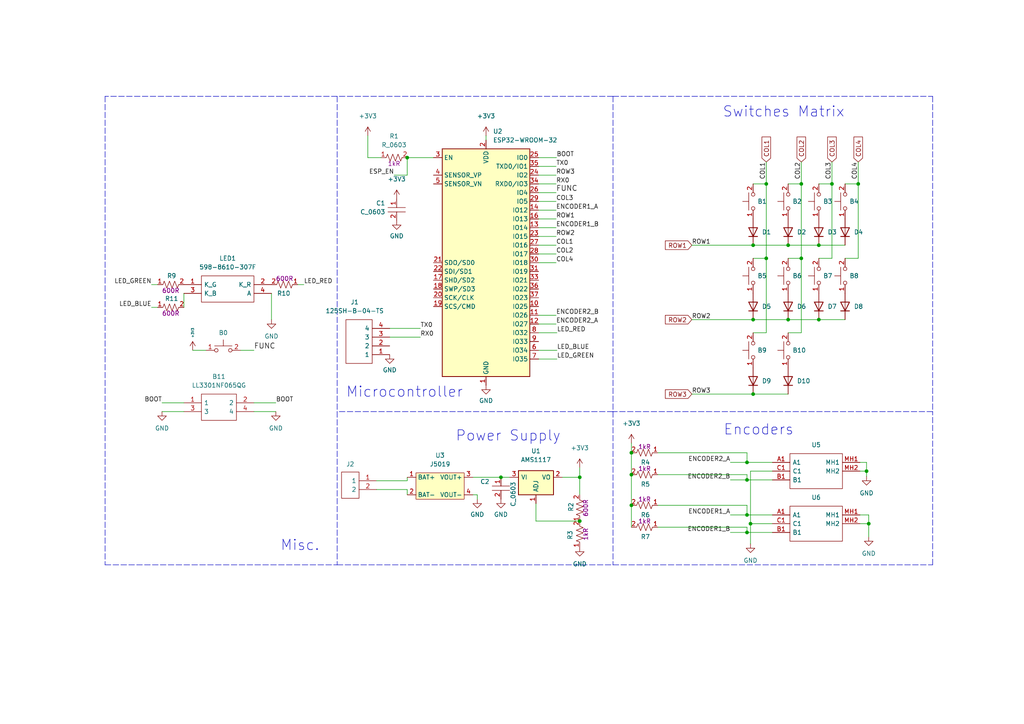
<source format=kicad_sch>
(kicad_sch (version 20211123) (generator eeschema)
  (paper "A4")
  (title_block (date "jeu. 02 avril 2015"))
  (lib_symbols
    (symbol "Diode:1N914" (pin_numbers hide) (pin_names (offset 1.016) hide)
      (property "Reference" "D" (at 0 2.54 0))
      (property "Value" "1N914" (at 0 -2.54 0))
      (symbol "1N914_0_1"
        (polyline (pts (xy -1.27 1.27) (xy -1.27 -1.27)) (stroke (width 0.254)))
        (polyline (pts (xy 1.27 0) (xy -1.27 0)))
        (polyline (pts (xy 1.27 1.27) (xy 1.27 -1.27) (xy -1.27 0) (xy 1.27 1.27)) (stroke (width 0.254)))
      )
      (symbol "1N914_1_1"
        (pin passive line (at -3.81 0 0) (length 2.54) (name "K") (number "1"))
        (pin passive line (at 3.81 0 180) (length 2.54) (name "A") (number "2"))
      )
    )
    (symbol "RF_Module:ESP32-WROOM-32"
      (property "Reference" "U" (at -12.7 34.29 0))
      (property "Value" "ESP32-WROOM-32" (at 1.27 34.29 0))
      (symbol "ESP32-WROOM-32_0_1"
        (rectangle (start -12.7 33.02) (end 12.7 -33.02) (stroke (width 0.254)) (fill (type background)))
      )
      (symbol "ESP32-WROOM-32_1_1"
        (pin power_in line (at 0 -35.56 90) (length 2.54) (name "GND") (number "1"))
        (pin bidirectional line (at 15.24 -12.7 180) (length 2.54) (name "IO25") (number "10"))
        (pin bidirectional line (at 15.24 -15.24 180) (length 2.54) (name "IO26") (number "11"))
        (pin bidirectional line (at 15.24 -17.78 180) (length 2.54) (name "IO27") (number "12"))
        (pin bidirectional line (at 15.24 10.16 180) (length 2.54) (name "IO14") (number "13"))
        (pin bidirectional line (at 15.24 15.24 180) (length 2.54) (name "IO12") (number "14"))
        (pin passive line (at 0 -35.56 90) (length 2.54) hide (name "GND") (number "15"))
        (pin bidirectional line (at 15.24 12.7 180) (length 2.54) (name "IO13") (number "16"))
        (pin bidirectional line (at -15.24 -5.08 0) (length 2.54) (name "SHD/SD2") (number "17"))
        (pin bidirectional line (at -15.24 -7.62 0) (length 2.54) (name "SWP/SD3") (number "18"))
        (pin bidirectional line (at -15.24 -12.7 0) (length 2.54) (name "SCS/CMD") (number "19"))
        (pin power_in line (at 0 35.56 270) (length 2.54) (name "VDD") (number "2"))
        (pin bidirectional line (at -15.24 -10.16 0) (length 2.54) (name "SCK/CLK") (number "20"))
        (pin bidirectional line (at -15.24 0 0) (length 2.54) (name "SDO/SD0") (number "21"))
        (pin bidirectional line (at -15.24 -2.54 0) (length 2.54) (name "SDI/SD1") (number "22"))
        (pin bidirectional line (at 15.24 7.62 180) (length 2.54) (name "IO15") (number "23"))
        (pin bidirectional line (at 15.24 25.4 180) (length 2.54) (name "IO2") (number "24"))
        (pin bidirectional line (at 15.24 30.48 180) (length 2.54) (name "IO0") (number "25"))
        (pin bidirectional line (at 15.24 20.32 180) (length 2.54) (name "IO4") (number "26"))
        (pin bidirectional line (at 15.24 5.08 180) (length 2.54) (name "IO16") (number "27"))
        (pin bidirectional line (at 15.24 2.54 180) (length 2.54) (name "IO17") (number "28"))
        (pin bidirectional line (at 15.24 17.78 180) (length 2.54) (name "IO5") (number "29"))
        (pin input line (at -15.24 30.48 0) (length 2.54) (name "EN") (number "3"))
        (pin bidirectional line (at 15.24 0 180) (length 2.54) (name "IO18") (number "30"))
        (pin bidirectional line (at 15.24 -2.54 180) (length 2.54) (name "IO19") (number "31"))
        (pin no_connect line (at -12.7 -27.94 0) (length 2.54) hide (name "NC") (number "32"))
        (pin bidirectional line (at 15.24 -5.08 180) (length 2.54) (name "IO21") (number "33"))
        (pin bidirectional line (at 15.24 22.86 180) (length 2.54) (name "RXD0/IO3") (number "34"))
        (pin bidirectional line (at 15.24 27.94 180) (length 2.54) (name "TXD0/IO1") (number "35"))
        (pin bidirectional line (at 15.24 -7.62 180) (length 2.54) (name "IO22") (number "36"))
        (pin bidirectional line (at 15.24 -10.16 180) (length 2.54) (name "IO23") (number "37"))
        (pin passive line (at 0 -35.56 90) (length 2.54) hide (name "GND") (number "38"))
        (pin passive line (at 0 -35.56 90) (length 2.54) hide (name "GND") (number "39"))
        (pin input line (at -15.24 25.4 0) (length 2.54) (name "SENSOR_VP") (number "4"))
        (pin input line (at -15.24 22.86 0) (length 2.54) (name "SENSOR_VN") (number "5"))
        (pin input line (at 15.24 -25.4 180) (length 2.54) (name "IO34") (number "6"))
        (pin input line (at 15.24 -27.94 180) (length 2.54) (name "IO35") (number "7"))
        (pin bidirectional line (at 15.24 -20.32 180) (length 2.54) (name "IO32") (number "8"))
        (pin bidirectional line (at 15.24 -22.86 180) (length 2.54) (name "IO33") (number "9"))
      )
    )
    (symbol "Regulator_Linear:AMS1117" (pin_names (offset 0.762))
      (property "Reference" "U" (at -3.81 3.175 0))
      (property "Value" "AMS1117" (at 0 3.175 0))
      (symbol "AMS1117_0_1"
        (rectangle (start -5.08 -5.08) (end 5.08 1.905) (stroke (width 0.254)) (fill (type background)))
      )
      (symbol "AMS1117_1_1"
        (pin input line (at 0 -7.62 90) (length 2.54) (name "ADJ") (number "1"))
        (pin power_out line (at 7.62 0 180) (length 2.54) (name "VO") (number "2"))
        (pin power_in line (at -7.62 0 0) (length 2.54) (name "VI") (number "3"))
      )
    )
    (symbol "custom-keyboard:125SH-B-02-TS" (pin_names (offset 0.762))
      (property "Reference" "J" (at 16.51 7.62 0))
      (symbol "125SH-B-02-TS_0_0"
        (pin passive line (at 0 -2.54 0) (length 5.08) (name "1") (number "1"))
        (pin passive line (at 0 0 0) (length 5.08) (name "2") (number "2"))
      )
      (symbol "125SH-B-02-TS_0_1"
        (polyline (pts (xy 5.08 2.54) (xy 10.16 2.54) (xy 10.16 -5.08) (xy 5.08 -5.08) (xy 5.08 2.54)) (stroke (width 0.1524)))
      )
    )
    (symbol "custom-keyboard:125SH-B-04-TS" (pin_names (offset 0.762))
      (property "Reference" "J" (at 16.51 7.62 0))
      (property "Value" "125SH-B-04-TS" (at 16.51 5.08 0))
      (symbol "125SH-B-04-TS_0_0"
        (pin passive line (at 0 0 0) (length 5.08) (name "1") (number "1"))
        (pin passive line (at 0 -2.54 0) (length 5.08) (name "2") (number "2"))
        (pin passive line (at 0 -5.08 0) (length 5.08) (name "3") (number "3"))
        (pin passive line (at 0 -7.62 0) (length 5.08) (name "4") (number "4"))
      )
      (symbol "125SH-B-04-TS_0_1"
        (polyline (pts (xy 5.08 2.54) (xy 12.7 2.54) (xy 12.7 -10.16) (xy 5.08 -10.16) (xy 5.08 2.54)) (stroke (width 0.1524)))
      )
    )
    (symbol "custom-keyboard:598-8610-307F" (pin_names (offset 0.762))
      (property "Reference" "LED" (at 21.59 7.62 0))
      (property "Value" "598-8610-307F" (at 21.59 5.08 0))
      (symbol "598-8610-307F_0_0"
        (pin passive line (at 0 0 0) (length 5.08) (name "K_G") (number "1"))
        (pin passive line (at 25.4 0 180) (length 5.08) (name "K_R") (number "2"))
        (pin passive line (at 0 -2.54 0) (length 5.08) (name "K_B") (number "3"))
        (pin passive line (at 25.4 -2.54 180) (length 5.08) (name "A") (number "4"))
      )
      (symbol "598-8610-307F_0_1"
        (polyline (pts (xy 5.08 2.54) (xy 20.32 2.54) (xy 20.32 -5.08) (xy 5.08 -5.08) (xy 5.08 2.54)) (stroke (width 0.1524)))
      )
    )
    (symbol "custom-keyboard:C_0603"
      (property "Reference" "C?" (at -3.81 2.54 0))
      (property "Value" "C_0603" (at 3.81 -1.27 0))
      (symbol "C_0603_0_1"
        (rectangle (start -2.54 0) (end 2.54 0))
        (rectangle (start -2.54 1.27) (end 2.54 1.27))
        (polyline (pts (xy 6.35 2.54) (xy 6.35 2.54)))
        (polyline (pts (xy 6.35 2.54) (xy 6.35 2.54)))
      )
      (symbol "C_0603_1_1"
        (pin input line (at 0 3.81 270) (length 2.54) (name "") (number "1"))
        (pin input line (at 0 -2.54 90) (length 2.54) (name "") (number "2"))
      )
    )
    (symbol "custom-keyboard:Cherry_Switch_1U_PCB"
      (property "Reference" "B" (at 1.27 2.54 0))
      (symbol "Cherry_Switch_1U_PCB_0_1"
        (circle (center -2.032 0) (radius 0.508))
        (polyline (pts (xy 0 1.27) (xy 0 3.048)))
        (polyline (pts (xy 2.54 1.27) (xy -2.54 1.27)))
        (circle (center 2.032 0) (radius 0.508))
      )
      (symbol "Cherry_Switch_1U_PCB_1_1"
        (pin passive line (at -5.08 0 0) (length 2.54) (name "") (number "1"))
        (pin passive line (at 5.08 0 180) (length 2.54) (name "") (number "2"))
      )
    )
    (symbol "custom-keyboard:EN12-HN22AF25" (pin_names (offset 0.762))
      (property "Reference" "U?" (at 21.59 7.62 0))
      (symbol "EN12-HN22AF25_0_0"
        (pin passive line (at 0 0 0) (length 5.08) (name "A1") (number "A1"))
        (pin passive line (at 0 -5.08 0) (length 5.08) (name "B1") (number "B1"))
        (pin passive line (at 0 -2.54 0) (length 5.08) (name "C1") (number "C1"))
        (pin passive line (at 25.4 0 180) (length 5.08) (name "MH1") (number "MH1"))
        (pin passive line (at 25.4 -2.54 180) (length 5.08) (name "MH2") (number "MH2"))
      )
      (symbol "EN12-HN22AF25_0_1"
        (polyline (pts (xy 5.08 2.54) (xy 20.32 2.54) (xy 20.32 -7.62) (xy 5.08 -7.62) (xy 5.08 2.54)) (stroke (width 0.1524)))
      )
    )
    (symbol "custom-keyboard:J5019"
      (property "Reference" "U?" (at -6.35 5.08 0))
      (property "Value" "J5019" (at 3.81 -5.08 0))
      (symbol "J5019_0_1"
        (rectangle (start -7.62 3.81) (end 6.35 -3.81) (fill (type background)))
      )
      (symbol "J5019_1_1"
        (pin input line (at 8.89 2.54 180) (length 2.54) (name "BAT+") (number "1"))
        (pin input line (at 8.89 -2.54 180) (length 2.54) (name "BAT-") (number "2"))
        (pin input line (at -10.16 2.54 0) (length 2.54) (name "VOUT+") (number "3"))
        (pin input line (at -10.16 -2.54 0) (length 2.54) (name "VOUT-") (number "4"))
      )
    )
    (symbol "custom-keyboard:LL3301NF065QG" (pin_names (offset 0.762))
      (property "Reference" "B?" (at 16.51 7.62 0))
      (property "Value" "LL3301NF065QG" (at 16.51 5.08 0))
      (symbol "LL3301NF065QG_0_0"
        (pin passive line (at 0 0 0) (length 5.08) (name "1") (number "1"))
        (pin passive line (at 20.32 0 180) (length 5.08) (name "2") (number "2"))
        (pin passive line (at 0 -2.54 0) (length 5.08) (name "3") (number "3"))
        (pin passive line (at 20.32 -2.54 180) (length 5.08) (name "4") (number "4"))
      )
      (symbol "LL3301NF065QG_0_1"
        (polyline (pts (xy 5.08 2.54) (xy 15.24 2.54) (xy 15.24 -5.08) (xy 5.08 -5.08) (xy 5.08 2.54)) (stroke (width 0.1524)))
      )
    )
    (symbol "custom-keyboard:R_0603"
      (property "Reference" "R?" (at -3.048 2.794 0))
      (property "Value" "R_0603" (at 3.302 -2.032 0))
      (symbol "R_0603_0_1"
        (polyline (pts (xy 0 -2.54) (xy 0 -2.794)))
        (polyline (pts (xy 0 2.032) (xy 0 2.286)))
        (polyline (pts (xy 0 -1.016) (xy 1.016 -1.397) (xy 0 -1.778) (xy -1.016 -2.159) (xy 0 -2.54)))
        (polyline (pts (xy 0 0.508) (xy 1.016 0.127) (xy 0 -0.254) (xy -1.016 -0.635) (xy 0 -1.016)))
        (polyline (pts (xy 0 2.032) (xy 1.016 1.651) (xy 0 1.27) (xy -1.016 0.889) (xy 0 0.508)))
      )
      (symbol "R_0603_1_1"
        (pin passive line (at 0 3.556 270) (length 1.27) (name "~") (number "1"))
        (pin passive line (at 0 -4.064 90) (length 1.27) (name "~") (number "2"))
      )
    )
    (symbol "power:+3.3V" (power) (pin_names (offset 0))
      (property "Value" "+3.3V" (at 0 3.556 0))
      (symbol "+3.3V_0_1"
        (polyline (pts (xy -0.762 1.27) (xy 0 2.54)))
        (polyline (pts (xy 0 0) (xy 0 2.54)))
        (polyline (pts (xy 0 2.54) (xy 0.762 1.27)))
      )
      (symbol "+3.3V_1_1"
        (pin power_in line (at 0 0 90) (length 0) hide (name "+3V3") (number "1"))
      )
    )
    (symbol "power:+3V3" (power) (pin_names (offset 0))
      (property "Value" "+3V3" (at 0 3.556 0))
      (symbol "+3V3_0_1"
        (polyline (pts (xy -0.762 1.27) (xy 0 2.54)))
        (polyline (pts (xy 0 0) (xy 0 2.54)))
        (polyline (pts (xy 0 2.54) (xy 0.762 1.27)))
      )
      (symbol "+3V3_1_1"
        (pin power_in line (at 0 0 90) (length 0) hide (name "+3V3") (number "1"))
      )
    )
    (symbol "power:GND" (power) (pin_names (offset 0))
      (property "Value" "GND" (at 0 -3.81 0))
      (symbol "GND_0_1"
        (polyline (pts (xy 0 0) (xy 0 -1.27) (xy 1.27 -1.27) (xy 0 -2.54) (xy -1.27 -1.27) (xy 0 -1.27)))
      )
      (symbol "GND_1_1"
        (pin power_in line (at 0 0 270) (length 0) hide (name "GND") (number "1"))
      )
    )
  )
  (junction (at 251.968 151.892))
  (junction (at 222.25 53.34))
  (junction (at 216.662 134.112))
  (junction (at 145.288 138.43))
  (junction (at 248.92 53.34))
  (junction (at 183.134 146.558))
  (junction (at 251.333 136.652))
  (junction (at 216.662 149.352))
  (junction (at 222.25 74.93))
  (junction (at 216.662 154.432))
  (junction (at 218.44 114.3))
  (junction (at 228.6 92.71))
  (junction (at 232.41 74.93))
  (junction (at 218.44 71.12))
  (junction (at 237.49 92.71))
  (junction (at 241.3 53.34))
  (junction (at 183.134 131.318))
  (junction (at 168.148 151.13))
  (junction (at 228.6 71.12))
  (junction (at 183.134 137.668))
  (junction (at 232.41 53.34))
  (junction (at 217.678 151.892))
  (junction (at 216.662 139.192))
  (junction (at 218.44 92.71))
  (junction (at 168.148 138.43))
  (junction (at 118.11 45.72))
  (junction (at 237.49 71.12))
  (wire (pts (xy 190.754 146.558) (xy 216.662 146.558)))
  (wire (pts (xy 53.34 89.154) (xy 53.34 85.09)))
  (wire (pts (xy 216.662 134.112) (xy 224.028 134.112)))
  (wire (pts (xy 109.22 139.446) (xy 118.11 139.446)))
  (wire (pts (xy 118.11 139.446) (xy 118.11 138.43)))
  (wire (pts (xy 73.66 119.38) (xy 80.01 119.38)))
  (wire (pts (xy 200.66 92.71) (xy 218.44 92.71)))
  (wire (pts (xy 228.6 74.93) (xy 232.41 74.93)))
  (polyline (pts (xy 270.51 119.38) (xy 177.8 119.38)))
  (wire (pts (xy 155.448 151.13) (xy 168.148 151.13)))
  (wire (pts (xy 161.29 71.12) (xy 156.21 71.12)))
  (wire (pts (xy 69.85 101.6) (xy 73.66 101.6)))
  (wire (pts (xy 216.662 139.192) (xy 224.028 139.192)))
  (wire (pts (xy 251.333 134.112) (xy 251.333 136.652)))
  (polyline (pts (xy 97.79 119.38) (xy 97.79 163.83)))
  (wire (pts (xy 245.11 74.93) (xy 248.92 74.93)))
  (wire (pts (xy 217.678 151.892) (xy 224.028 151.892)))
  (wire (pts (xy 55.88 101.6) (xy 59.69 101.6)))
  (wire (pts (xy 118.11 141.986) (xy 118.11 143.51)))
  (wire (pts (xy 228.6 53.34) (xy 232.41 53.34)))
  (wire (pts (xy 200.66 71.12) (xy 218.44 71.12)))
  (wire (pts (xy 183.134 128.524) (xy 183.134 131.318)))
  (wire (pts (xy 232.41 74.93) (xy 232.41 53.34)))
  (wire (pts (xy 161.29 66.04) (xy 156.21 66.04)))
  (wire (pts (xy 113.03 95.25) (xy 121.92 95.25)))
  (polyline (pts (xy 177.8 27.94) (xy 177.8 119.38)))
  (wire (pts (xy 251.968 151.892) (xy 251.968 155.702)))
  (wire (pts (xy 216.662 149.352) (xy 224.028 149.352)))
  (wire (pts (xy 245.11 53.34) (xy 248.92 53.34)))
  (wire (pts (xy 161.29 63.5) (xy 156.21 63.5)))
  (wire (pts (xy 156.21 104.14) (xy 161.544 104.14)))
  (polyline (pts (xy 177.8 119.38) (xy 97.79 119.38)))
  (polyline (pts (xy 97.79 27.94) (xy 97.79 119.38)))
  (wire (pts (xy 216.662 152.908) (xy 216.662 154.432)))
  (wire (pts (xy 217.678 157.734) (xy 217.678 151.892)))
  (polyline (pts (xy 177.8 27.94) (xy 97.79 27.94)))
  (wire (pts (xy 156.21 101.6) (xy 161.544 101.6)))
  (wire (pts (xy 46.99 119.38) (xy 53.34 119.38)))
  (wire (pts (xy 217.678 136.652) (xy 217.678 151.892)))
  (wire (pts (xy 45.72 82.55) (xy 43.942 82.55)))
  (wire (pts (xy 237.49 71.12) (xy 245.11 71.12)))
  (wire (pts (xy 137.16 138.43) (xy 145.288 138.43)))
  (wire (pts (xy 211.836 134.112) (xy 216.662 134.112)))
  (wire (pts (xy 216.662 131.318) (xy 216.662 134.112)))
  (wire (pts (xy 237.49 74.93) (xy 241.3 74.93)))
  (wire (pts (xy 156.21 53.34) (xy 161.29 53.34)))
  (wire (pts (xy 232.41 96.52) (xy 232.41 74.93)))
  (wire (pts (xy 248.92 74.93) (xy 248.92 53.34)))
  (wire (pts (xy 222.25 96.52) (xy 222.25 74.93)))
  (wire (pts (xy 46.99 116.84) (xy 53.34 116.84)))
  (wire (pts (xy 211.836 149.352) (xy 216.662 149.352)))
  (wire (pts (xy 248.92 46.99) (xy 248.92 53.34)))
  (wire (pts (xy 249.428 134.112) (xy 251.333 134.112)))
  (polyline (pts (xy 30.48 163.83) (xy 97.79 163.83)))
  (wire (pts (xy 161.29 55.88) (xy 156.21 55.88)))
  (wire (pts (xy 251.968 149.352) (xy 251.968 151.892)))
  (wire (pts (xy 161.29 93.98) (xy 156.21 93.98)))
  (wire (pts (xy 73.66 116.84) (xy 80.01 116.84)))
  (wire (pts (xy 218.44 74.93) (xy 222.25 74.93)))
  (wire (pts (xy 45.72 89.154) (xy 43.942 89.154)))
  (wire (pts (xy 118.11 50.8) (xy 114.3 50.8)))
  (wire (pts (xy 232.41 53.34) (xy 232.41 46.99)))
  (wire (pts (xy 140.97 40.64) (xy 140.97 39.37)))
  (wire (pts (xy 183.134 146.558) (xy 183.134 137.668)))
  (wire (pts (xy 216.662 137.668) (xy 216.662 139.192)))
  (wire (pts (xy 183.134 137.668) (xy 183.134 131.318)))
  (polyline (pts (xy 177.8 163.83) (xy 270.51 163.83)))
  (wire (pts (xy 161.29 76.2) (xy 156.21 76.2)))
  (wire (pts (xy 113.03 97.79) (xy 121.92 97.79)))
  (polyline (pts (xy 177.8 119.38) (xy 177.8 163.83)))
  (wire (pts (xy 161.29 91.44) (xy 156.21 91.44)))
  (wire (pts (xy 241.3 46.99) (xy 241.3 53.34)))
  (wire (pts (xy 138.43 143.51) (xy 138.43 144.78)))
  (wire (pts (xy 161.29 68.58) (xy 156.21 68.58)))
  (wire (pts (xy 218.44 53.34) (xy 222.25 53.34)))
  (wire (pts (xy 222.25 53.34) (xy 222.25 74.93)))
  (wire (pts (xy 168.148 135.636) (xy 168.148 138.43)))
  (wire (pts (xy 249.428 151.892) (xy 251.968 151.892)))
  (wire (pts (xy 156.21 45.72) (xy 161.417 45.72)))
  (polyline (pts (xy 97.79 27.94) (xy 30.48 27.94)))
  (wire (pts (xy 161.29 60.96) (xy 156.21 60.96)))
  (wire (pts (xy 161.29 50.8) (xy 156.21 50.8)))
  (wire (pts (xy 218.44 71.12) (xy 228.6 71.12)))
  (wire (pts (xy 137.16 143.51) (xy 138.43 143.51)))
  (wire (pts (xy 161.29 58.42) (xy 156.21 58.42)))
  (wire (pts (xy 106.68 39.37) (xy 106.68 45.72)))
  (wire (pts (xy 183.134 152.908) (xy 183.134 146.558)))
  (polyline (pts (xy 30.48 27.94) (xy 30.48 163.83)))
  (wire (pts (xy 224.028 136.652) (xy 217.678 136.652)))
  (wire (pts (xy 228.6 96.52) (xy 232.41 96.52)))
  (wire (pts (xy 145.288 138.43) (xy 147.828 138.43)))
  (wire (pts (xy 106.68 45.72) (xy 110.49 45.72)))
  (wire (pts (xy 86.36 82.55) (xy 88.138 82.55)))
  (wire (pts (xy 156.21 96.52) (xy 161.544 96.52)))
  (wire (pts (xy 168.148 143.51) (xy 168.148 138.43)))
  (wire (pts (xy 109.22 141.986) (xy 118.11 141.986)))
  (wire (pts (xy 190.754 137.668) (xy 216.662 137.668)))
  (wire (pts (xy 216.662 146.558) (xy 216.662 149.352)))
  (wire (pts (xy 211.836 139.192) (xy 216.662 139.192)))
  (wire (pts (xy 249.428 149.352) (xy 251.968 149.352)))
  (wire (pts (xy 218.44 92.71) (xy 228.6 92.71)))
  (wire (pts (xy 168.148 138.43) (xy 163.068 138.43)))
  (wire (pts (xy 237.49 53.34) (xy 241.3 53.34)))
  (polyline (pts (xy 270.51 27.94) (xy 270.51 119.38)))
  (wire (pts (xy 190.754 131.318) (xy 216.662 131.318)))
  (wire (pts (xy 155.448 146.05) (xy 155.448 151.13)))
  (wire (pts (xy 211.836 154.432) (xy 216.662 154.432)))
  (wire (pts (xy 218.44 96.52) (xy 222.25 96.52)))
  (polyline (pts (xy 177.8 27.94) (xy 270.51 27.94)))
  (wire (pts (xy 156.21 48.26) (xy 161.29 48.26)))
  (wire (pts (xy 216.662 154.432) (xy 224.028 154.432)))
  (wire (pts (xy 78.74 85.09) (xy 78.74 92.71)))
  (wire (pts (xy 118.11 45.72) (xy 118.11 50.8)))
  (wire (pts (xy 161.29 73.66) (xy 156.21 73.66)))
  (wire (pts (xy 190.754 152.908) (xy 216.662 152.908)))
  (wire (pts (xy 237.49 92.71) (xy 245.11 92.71)))
  (polyline (pts (xy 270.51 163.83) (xy 270.51 119.38)))
  (wire (pts (xy 228.6 92.71) (xy 237.49 92.71)))
  (wire (pts (xy 118.11 45.72) (xy 125.73 45.72)))
  (wire (pts (xy 200.66 114.3) (xy 218.44 114.3)))
  (wire (pts (xy 222.25 46.99) (xy 222.25 53.34)))
  (wire (pts (xy 249.428 136.652) (xy 251.333 136.652)))
  (wire (pts (xy 228.6 71.12) (xy 237.49 71.12)))
  (wire (pts (xy 218.44 114.3) (xy 228.6 114.3)))
  (wire (pts (xy 251.333 136.652) (xy 251.333 138.176)))
  (polyline (pts (xy 97.79 163.83) (xy 177.8 163.83)))
  (wire (pts (xy 241.3 53.34) (xy 241.3 74.93)))
  (text "Microcontroller\n" (at 100.33 115.57 0) (effects (font (size 3 3)) (justify left bottom)))
  (text "Power Supply\n" (at 132.08 128.27 0) (effects (font (size 3 3)) (justify left bottom)))
  (text "Encoders\n" (at 209.804 126.492 0) (effects (font (size 3 3)) (justify left bottom)))
  (text "Misc." (at 81.28 160.02 0) (effects (font (size 3 3)) (justify left bottom)))
  (text "Switches Matrix\n" (at 209.55 34.29 0) (effects (font (size 3 3)) (justify left bottom)))
  (label "ENCODER2_B" (at 211.836 139.192 180))
  (label "ENCODER1_B" (at 211.836 154.432 180))
  (label "COL3" (at 161.29 58.42 0))
  (label "RX0" (at 161.29 53.34 0))
  (label "LED_GREEN" (at 43.942 82.55 180))
  (label "ROW1" (at 200.66 71.12 0))
  (label "LED_RED" (at 161.544 96.52 0))
  (label "LED_GREEN" (at 161.544 104.14 0))
  (label "ROW2" (at 200.66 92.71 0))
  (label "ENCODER2_A" (at 211.836 134.112 180))
  (label "ESP_EN" (at 114.3 50.8 180))
  (label "COL1" (at 222.25 46.99 270))
  (label "COL4" (at 161.29 76.2 0))
  (label "ROW2" (at 161.29 68.58 0))
  (label "COL3" (at 241.3 46.99 270))
  (label "COL2" (at 232.41 46.99 270))
  (label "ROW1" (at 161.29 63.5 0))
  (label "COL2" (at 161.29 73.66 0))
  (label "TX0" (at 121.92 95.25 0))
  (label "COL1" (at 161.29 71.12 0))
  (label "ENCODER1_B" (at 161.29 66.04 0))
  (label "FUNC" (at 73.66 101.6 0) (effects (font (size 1.524 1.524))))
  (label "TX0" (at 161.29 48.26 0))
  (label "BOOT" (at 80.01 116.84 0))
  (label "ENCODER2_A" (at 161.29 93.98 0))
  (label "BOOT" (at 161.417 45.72 0))
  (label "ROW3" (at 161.29 50.8 0))
  (label "ENCODER1_A" (at 211.836 149.352 180))
  (label "FUNC" (at 161.29 55.88 0) (effects (font (size 1.524 1.524))))
  (label "COL4" (at 248.92 46.99 270))
  (label "LED_BLUE" (at 161.544 101.6 0))
  (label "ENCODER1_A" (at 161.29 60.96 0))
  (label "BOOT" (at 46.99 116.84 180))
  (label "ENCODER2_B" (at 161.29 91.44 0))
  (label "LED_RED" (at 88.138 82.55 0))
  (label "ROW3" (at 200.66 114.3 0))
  (label "RX0" (at 121.92 97.79 0))
  (label "LED_BLUE" (at 43.942 89.154 180))
  (global_label "COL4" (shape input) (at 248.92 46.99 90) (property "Intersheet References" "${INTERSHEET_REFS}" (effects hide)))
  (global_label "ROW1" (shape input) (at 200.66 71.12 180) (property "Intersheet References" "${INTERSHEET_REFS}" (effects hide)))
  (global_label "COL2" (shape input) (at 232.41 46.99 90) (property "Intersheet References" "${INTERSHEET_REFS}" (effects hide)))
  (global_label "COL3" (shape input) (at 241.3 46.99 90) (property "Intersheet References" "${INTERSHEET_REFS}" (effects hide)))
  (global_label "ROW2" (shape input) (at 200.66 92.71 180) (property "Intersheet References" "${INTERSHEET_REFS}" (effects hide)))
  (global_label "COL1" (shape input) (at 222.25 46.99 90) (property "Intersheet References" "${INTERSHEET_REFS}" (effects hide)))
  (global_label "ROW3" (shape input) (at 200.66 114.3 180) (property "Intersheet References" "${INTERSHEET_REFS}" (effects hide)))
  (symbol (lib_id "power:GND") (at 217.678 157.734 0) (unit 1)
    (property "Reference" "#PWR06" (effects hide))
    (property "Value" "GND" (at 217.678 162.56 0))
  )
  (symbol (lib_id "custom-keyboard:LL3301NF065QG") (at 53.34 116.84 0) (unit 1)
    (property "Reference" "B11" (at 63.5 109.22 0))
    (property "Value" "LL3301NF065QG" (at 63.5 111.76 0))
    (property "Footprint" "lib:LL3301NF065QG" (effects hide))
    (property "Datasheet" "http://spec_sheets.e-switch.com/specs/P090002.pdf" (effects hide))
    (property "Description" "E-SWITCH - LL3301NF065QG - TACTILE SW, SPST, 0.05A, 12VDC, SOLDER" (effects hide))
    (property "Height" "4" (effects hide))
    (property "Manufacturer_Name" "E-Switch" (effects hide))
    (property "Manufacturer_Part_Number" "LL3301NF065QG" (effects hide))
    (property "Mouser Part Number" "612-LL3301NF065QG" (effects hide))
    (property "Mouser Price/Stock" "https://www.mouser.co.uk/ProductDetail/E-Switch/LL3301NF065QG?qs=QtyuwXswaQiWhwgY68YTTw%3D%3D" (effects hide))
  )
  (symbol (lib_id "Diode:1N914") (at 228.6 88.9 90) (unit 1)
    (property "Reference" "D6" (at 231.14 88.8999 90) (effects (justify right)))
    (property "Value" "1N914" (effects hide))
    (property "Footprint" "Diode_THT:D_DO-35_SOD27_P7.62mm_Horizontal" (effects hide))
    (property "Datasheet" "http://www.vishay.com/docs/85622/1n914.pdf" (effects hide))
  )
  (symbol (lib_id "power:GND") (at 80.01 119.38 0) (unit 1)
    (property "Reference" "#PWR010" (effects hide))
    (property "Value" "GND" (at 80.01 124.206 0))
  )
  (symbol (lib_id "custom-keyboard:R_0603") (at 187.198 152.908 270) (unit 1)
    (property "Reference" "R7" (at 187.198 155.702 90))
    (property "Value" "R_0603" (effects hide))
    (property "Footprint" "lib:R_0603_1608Metric" (effects hide))
    (property "Resistance" "1kR" (at 186.944 151.892 90) (effects (justify bottom)))
  )
  (symbol (lib_id "power:GND") (at 140.97 111.76 0) (unit 1)
    (property "Reference" "#PWR011" (effects hide))
    (property "Value" "GND" (at 140.97 116.205 0))
  )
  (symbol (lib_id "custom-keyboard:R_0603") (at 187.198 146.558 270) (unit 1)
    (property "Reference" "R6" (at 187.198 149.352 90))
    (property "Value" "R_0603" (effects hide))
    (property "Footprint" "lib:R_0603_1608Metric" (effects hide))
    (property "Resistance" "1kR" (at 186.944 145.542 90) (effects (justify bottom)))
  )
  (symbol (lib_id "custom-keyboard:R_0603") (at 168.148 155.194 180) (unit 1)
    (property "Reference" "R3" (at 165.354 155.194 90))
    (property "Value" "R_0603" (effects hide))
    (property "Footprint" "lib:R_0603_1608Metric" (effects hide))
    (property "Resistance" "1kR" (at 169.164 154.94 90) (effects (justify bottom)))
  )
  (symbol (lib_id "power:GND") (at 251.968 155.702 0) (unit 1)
    (property "Reference" "#PWR05" (effects hide))
    (property "Value" "GND" (at 251.968 160.528 0))
  )
  (symbol (lib_id "custom-keyboard:Cherry_Switch_1U_PCB") (at 237.49 58.42 90) (unit 1)
    (property "Reference" "B3" (at 238.76 58.4199 90) (effects (justify right)))
    (property "Value" "Cherry_Switch_1U_PCB" (effects hide))
    (property "Footprint" "lib:SW_Cherry_MX_1.00u_PCB" (effects hide))
  )
  (symbol (lib_id "power:GND") (at 113.03 102.87 0) (unit 1)
    (property "Reference" "#PWR0107" (effects hide))
    (property "Value" "GND" (at 113.03 107.315 0))
  )
  (symbol (lib_id "Diode:1N914") (at 228.6 110.49 90) (unit 1)
    (property "Reference" "D10" (at 231.14 110.4899 90) (effects (justify right)))
    (property "Value" "1N914" (effects hide))
    (property "Footprint" "Diode_THT:D_DO-35_SOD27_P7.62mm_Horizontal" (effects hide))
    (property "Datasheet" "http://www.vishay.com/docs/85622/1n914.pdf" (effects hide))
  )
  (symbol (lib_id "custom-keyboard:C_0603") (at 115.062 61.468 0) (unit 1)
    (property "Reference" "C1" (at 111.76 58.9279 0) (effects (justify right)))
    (property "Value" "C_0603" (at 111.76 61.4679 0) (effects (justify right)))
    (property "Footprint" "lib:C_0603_1608Metric" (effects hide))
  )
  (symbol (lib_id "custom-keyboard:R_0603") (at 82.804 82.55 270) (unit 1)
    (property "Reference" "R10" (at 82.296 85.09 90))
    (property "Value" "R_0603" (effects hide))
    (property "Footprint" "lib:R_0603_1608Metric" (effects hide))
    (property "Resistance" "600R" (at 82.55 81.534 90) (effects (justify bottom)))
  )
  (symbol (lib_id "power:GND") (at 251.333 138.176 0) (unit 1)
    (property "Reference" "#PWR04" (effects hide))
    (property "Value" "GND" (at 251.333 143.002 0))
  )
  (symbol (lib_id "Diode:1N914") (at 218.44 67.31 90) (unit 1)
    (property "Reference" "D1" (at 220.98 67.3099 90) (effects (justify right)))
    (property "Value" "1N914" (effects hide))
    (property "Footprint" "Diode_THT:D_DO-35_SOD27_P7.62mm_Horizontal" (effects hide))
    (property "Datasheet" "http://www.vishay.com/docs/85622/1n914.pdf" (effects hide))
  )
  (symbol (lib_id "custom-keyboard:Cherry_Switch_1U_PCB") (at 228.6 58.42 90) (unit 1)
    (property "Reference" "B2" (at 229.87 58.4199 90) (effects (justify right)))
    (property "Value" "Cherry_Switch_1U_PCB" (effects hide))
    (property "Footprint" "lib:SW_Cherry_MX_1.00u_PCB" (effects hide))
  )
  (symbol (lib_id "Diode:1N914") (at 218.44 88.9 90) (unit 1)
    (property "Reference" "D5" (at 220.98 88.8999 90) (effects (justify right)))
    (property "Value" "1N914" (effects hide))
    (property "Footprint" "Diode_THT:D_DO-35_SOD27_P7.62mm_Horizontal" (effects hide))
    (property "Datasheet" "http://www.vishay.com/docs/85622/1n914.pdf" (effects hide))
  )
  (symbol (lib_id "custom-keyboard:Cherry_Switch_1U_PCB") (at 218.44 101.6 90) (unit 1)
    (property "Reference" "B9" (at 219.71 101.5999 90) (effects (justify right)))
    (property "Value" "Cherry_Switch_1U_PCB" (effects hide))
    (property "Footprint" "lib:SW_Cherry_MX_1.00u_PCB" (effects hide))
  )
  (symbol (lib_id "RF_Module:ESP32-WROOM-32") (at 140.97 76.2 0) (unit 1)
    (property "Reference" "U2" (at 142.9894 38.1 0) (effects (justify left)))
    (property "Value" "ESP32-WROOM-32" (at 142.9894 40.64 0) (effects (justify left)))
    (property "Footprint" "RF_Module:ESP32-WROOM-32" (effects hide))
    (property "Datasheet" "https://www.espressif.com/sites/default/files/documentation/esp32-wroom-32_datasheet_en.pdf" (effects hide))
  )
  (symbol (lib_id "custom-keyboard:Cherry_Switch_1U_PCB") (at 218.44 58.42 90) (unit 1)
    (property "Reference" "B1" (at 219.71 58.4199 90) (effects (justify right)))
    (property "Value" "Cherry_Switch_1U_PCB" (effects hide))
    (property "Footprint" "lib:SW_Cherry_MX_1.00u_PCB" (effects hide))
  )
  (symbol (lib_id "custom-keyboard:EN12-HN22AF25") (at 224.028 134.112 0) (unit 1)
    (property "Reference" "U5" (at 236.728 129.032 0))
    (property "Value" "EN12-HN22AF25" (effects hide))
    (property "Footprint" "lib:EN12HN22AF25" (effects hide))
    (property "Datasheet" "https://datasheet.datasheetarchive.com/originals/distributors/Datasheets-DGA5/493788.pdf" (effects hide))
    (property "Description" "Encoders 12mm Rotary Incremental Encoder" (effects hide))
    (property "Height" "25.5" (effects hide))
    (property "Manufacturer_Name" "BI Technologies" (effects hide))
    (property "Manufacturer_Part_Number" "EN12-HN22AF25" (effects hide))
    (property "Mouser Part Number" "858-EN12-HN22AF25" (effects hide))
    (property "Mouser Price/Stock" "https://www.mouser.co.uk/ProductDetail/BI-Technologies-TT-Electronics/EN12-HN22AF25?qs=%252BUYXD5bnyXqfVyAwMMjezw%3D%3D" (effects hide))
    (property "Arrow Part Number" "EN12-HN22AF25" (effects hide))
    (property "Arrow Price/Stock" "https://www.arrow.com/en/products/en12-hn22af25/bi-technologies?region=nac" (effects hide))
  )
  (symbol (lib_id "Diode:1N914") (at 237.49 88.9 90) (unit 1)
    (property "Reference" "D7" (at 240.03 88.8999 90) (effects (justify right)))
    (property "Value" "1N914" (effects hide))
    (property "Footprint" "Diode_THT:D_DO-35_SOD27_P7.62mm_Horizontal" (effects hide))
    (property "Datasheet" "http://www.vishay.com/docs/85622/1n914.pdf" (effects hide))
  )
  (symbol (lib_id "custom-keyboard:598-8610-307F") (at 53.34 82.55 0) (unit 1)
    (property "Reference" "LED1" (at 66.04 74.93 0))
    (property "Value" "598-8610-307F" (at 66.04 77.47 0))
    (property "Footprint" "lib:5988610307F" (effects hide))
    (property "Datasheet" "https://media.digikey.com/pdf/Data%20Sheets/Dialight%20PDFs/598%20Series%201210%20Pkg.%20Tri-Color.pdf" (effects hide))
    (property "Description" "Dialight 598-8610-307F, 598 Series 3 RGB LED, 470 / 525 / 635 nm, 4-Pin 3225 (1210) Clear, Rectangle Lens SMD Package" (effects hide))
    (property "Height" "0.8" (effects hide))
    (property "Manufacturer_Name" "Dialight" (effects hide))
    (property "Manufacturer_Part_Number" "598-8610-307F" (effects hide))
    (property "Mouser Part Number" "645-598-8610-307F" (effects hide))
    (property "Mouser Price/Stock" "https://www.mouser.co.uk/ProductDetail/Dialight/598-8610-307F?qs=7JStj%2FjQ2SGAJe%252BSAAC7bA%3D%3D" (effects hide))
    (property "Arrow Part Number" "598-8610-307F" (effects hide))
    (property "Arrow Price/Stock" "https://www.arrow.com/en/products/598-8610-307f/dialight" (effects hide))
  )
  (symbol (lib_id "power:+3.3V") (at 168.148 135.636 0) (unit 1)
    (property "Reference" "#PWR01" (effects hide))
    (property "Value" "+3.3V" (at 168.148 129.921 0))
  )
  (symbol (lib_id "power:+3.3V") (at 106.68 39.37 0) (unit 1)
    (property "Reference" "#PWR0102" (effects hide))
    (property "Value" "+3.3V" (at 106.68 33.655 0))
  )
  (symbol (lib_id "custom-keyboard:R_0603") (at 114.046 45.72 90) (unit 1)
    (property "Reference" "R1" (at 114.3 39.497 90))
    (property "Value" "R_0603" (at 114.3 42.037 90))
    (property "Footprint" "lib:R_0603_1608Metric" (effects hide))
    (property "Resistance" "1kR" (at 114.3 46.736 90) (effects (justify bottom)))
  )
  (symbol (lib_id "custom-keyboard:J5019") (at 127 140.97 0) (mirror y) (unit 1)
    (property "Reference" "U3" (at 127.635 132.08 0))
    (property "Value" "J5019" (at 127.635 134.62 0))
    (property "Footprint" "lib:J5019-module" (effects hide))
  )
  (symbol (lib_id "Diode:1N914") (at 237.49 67.31 90) (unit 1)
    (property "Reference" "D3" (at 240.03 67.3099 90) (effects (justify right)))
    (property "Value" "1N914" (effects hide))
    (property "Footprint" "Diode_THT:D_DO-35_SOD27_P7.62mm_Horizontal" (effects hide))
    (property "Datasheet" "http://www.vishay.com/docs/85622/1n914.pdf" (effects hide))
  )
  (symbol (lib_id "custom-keyboard:R_0603") (at 168.148 147.574 180) (unit 1)
    (property "Reference" "R2" (at 165.608 147.066 90))
    (property "Value" "R_0603" (effects hide))
    (property "Footprint" "lib:R_0603_1608Metric" (effects hide))
    (property "Resistance" "600R" (at 169.164 147.32 90) (effects (justify bottom)))
  )
  (symbol (lib_id "custom-keyboard:Cherry_Switch_1U_PCB") (at 245.11 80.01 90) (unit 1)
    (property "Reference" "B8" (at 246.38 80.0099 90) (effects (justify right)))
    (property "Value" "Cherry_Switch_1U_PCB" (effects hide))
    (property "Footprint" "lib:SW_Cherry_MX_1.00u_PCB" (effects hide))
  )
  (symbol (lib_id "power:GND") (at 145.288 144.78 0) (unit 1)
    (property "Reference" "#PWR012" (effects hide))
    (property "Value" "GND" (at 145.288 149.225 0))
  )
  (symbol (lib_id "power:+3.3V") (at 140.97 39.37 0) (unit 1)
    (property "Reference" "#PWR0103" (effects hide))
    (property "Value" "+3.3V" (at 140.97 33.655 0))
  )
  (symbol (lib_id "power:+3.3V") (at 115.062 57.658 0) (unit 1)
    (property "Reference" "#PWR07" (effects hide))
    (property "Value" "+3.3V" (at 115.062 51.943 0))
  )
  (symbol (lib_id "custom-keyboard:Cherry_Switch_1U_PCB") (at 228.6 101.6 90) (unit 1)
    (property "Reference" "B10" (at 229.87 101.5999 90) (effects (justify right)))
    (property "Value" "Cherry_Switch_1U_PCB" (effects hide))
    (property "Footprint" "lib:SW_Cherry_MX_1.00u_PCB" (effects hide))
  )
  (symbol (lib_id "power:GND") (at 168.148 158.75 0) (unit 1)
    (property "Reference" "#PWR0106" (effects hide))
    (property "Value" "GND" (at 168.148 163.576 0))
  )
  (symbol (lib_id "custom-keyboard:R_0603") (at 49.276 82.55 90) (unit 1)
    (property "Reference" "R9" (at 49.784 80.01 90))
    (property "Value" "R_0603" (effects hide))
    (property "Footprint" "lib:R_0603_1608Metric" (effects hide))
    (property "Resistance" "600R" (at 49.53 83.566 90) (effects (justify bottom)))
  )
  (symbol (lib_id "custom-keyboard:R_0603") (at 187.198 137.668 270) (unit 1)
    (property "Reference" "R5" (at 187.198 140.462 90))
    (property "Value" "R_0603" (effects hide))
    (property "Footprint" "lib:R_0603_1608Metric" (effects hide))
    (property "Resistance" "1kR" (at 186.944 136.652 90) (effects (justify bottom)))
  )
  (symbol (lib_id "custom-keyboard:C_0603") (at 145.288 142.24 0) (unit 1)
    (property "Reference" "C2" (at 141.986 139.6999 0) (effects (justify right)))
    (property "Value" "C_0603" (at 148.844 139.7 90) (effects (justify right)))
    (property "Footprint" "lib:C_0603_1608Metric" (effects hide))
  )
  (symbol (lib_id "Diode:1N914") (at 245.11 67.31 90) (unit 1)
    (property "Reference" "D4" (at 247.65 67.3099 90) (effects (justify right)))
    (property "Value" "1N914" (effects hide))
    (property "Footprint" "Diode_THT:D_DO-35_SOD27_P7.62mm_Horizontal" (effects hide))
    (property "Datasheet" "http://www.vishay.com/docs/85622/1n914.pdf" (effects hide))
  )
  (symbol (lib_id "custom-keyboard:Cherry_Switch_1U_PCB") (at 237.49 80.01 90) (unit 1)
    (property "Reference" "B7" (at 238.76 80.0099 90) (effects (justify right)))
    (property "Value" "Cherry_Switch_1U_PCB" (effects hide))
    (property "Footprint" "lib:SW_Cherry_MX_1.00u_PCB" (effects hide))
  )
  (symbol (lib_id "Diode:1N914") (at 218.44 110.49 90) (unit 1)
    (property "Reference" "D9" (at 220.98 110.4899 90) (effects (justify right)))
    (property "Value" "1N914" (effects hide))
    (property "Footprint" "Diode_THT:D_DO-35_SOD27_P7.62mm_Horizontal" (effects hide))
    (property "Datasheet" "http://www.vishay.com/docs/85622/1n914.pdf" (effects hide))
  )
  (symbol (lib_id "power:GND") (at 115.062 64.008 0) (unit 1)
    (property "Reference" "#PWR08" (effects hide))
    (property "Value" "GND" (at 115.062 68.453 0))
  )
  (symbol (lib_id "custom-keyboard:125SH-B-02-TS") (at 109.22 141.986 180) (unit 1)
    (property "Reference" "J2" (at 101.6 134.62 0))
    (property "Value" "125SH-B-02-TS" (effects hide))
    (property "Footprint" "lib:125SHB02TS" (effects hide))
    (property "Datasheet" "https://datasheet.datasheetarchive.com/originals/distributors/Datasheets_SAMA/45b419e770029f3b35d1c71db0ffd901.pdf" (effects hide))
    (property "Description" "Conn Shrouded Header HDR 2 POS 1.25mm Solder ST Top Entry Thru-Hole" (effects hide))
    (property "Height" "4.708" (effects hide))
    (property "Manufacturer_Name" "Adam Tech" (effects hide))
    (property "Manufacturer_Part_Number" "125SH-B-02-TS" (effects hide))
  )
  (symbol (lib_id "power:GND") (at 138.43 144.78 0) (mirror y) (unit 1)
    (property "Reference" "#PWR03" (effects hide))
    (property "Value" "GND" (at 138.43 149.225 0))
  )
  (symbol (lib_id "custom-keyboard:R_0603") (at 49.276 89.154 90) (unit 1)
    (property "Reference" "R11" (at 49.784 86.614 90))
    (property "Value" "R_0603" (effects hide))
    (property "Footprint" "lib:R_0603_1608Metric" (effects hide))
    (property "Resistance" "600R" (at 49.53 90.17 90) (effects (justify bottom)))
  )
  (symbol (lib_id "power:+3.3V") (at 183.134 128.524 0) (unit 1)
    (property "Reference" "#PWR0105" (effects hide))
    (property "Value" "+3.3V" (at 183.134 122.809 0))
  )
  (symbol (lib_id "custom-keyboard:R_0603") (at 187.198 131.318 270) (unit 1)
    (property "Reference" "R4" (at 187.198 134.112 90))
    (property "Value" "R_0603" (effects hide))
    (property "Footprint" "lib:R_0603_1608Metric" (effects hide))
    (property "Resistance" "1kR" (at 186.944 130.302 90) (effects (justify bottom)))
  )
  (symbol (lib_id "Diode:1N914") (at 245.11 88.9 90) (unit 1)
    (property "Reference" "D8" (at 247.65 88.8999 90) (effects (justify right)))
    (property "Value" "1N914" (effects hide))
    (property "Footprint" "Diode_THT:D_DO-35_SOD27_P7.62mm_Horizontal" (effects hide))
    (property "Datasheet" "http://www.vishay.com/docs/85622/1n914.pdf" (effects hide))
  )
  (symbol (lib_id "custom-keyboard:125SH-B-04-TS") (at 113.03 102.87 180) (unit 1)
    (property "Reference" "J1" (at 102.87 87.63 0))
    (property "Value" "125SH-B-04-TS" (at 102.87 90.17 0))
    (property "Footprint" "lib:SHDR4W35P0X125_1X4_800X320X420P" (effects hide))
    (property "Datasheet" "https://app.adam-tech.com/products/download/data_sheet/196945/125sh-b-xx-ts-data-sheet.pdf" (effects hide))
    (property "Description" "Conn Shrouded Header (4 Sides) PL 4 POS 1.25mm Solder ST Top Entry Thru-Hole" (effects hide))
    (property "Height" "4.2" (effects hide))
    (property "Manufacturer_Name" "Adam Tech" (effects hide))
    (property "Manufacturer_Part_Number" "125SH-B-04-TS" (effects hide))
  )
  (symbol (lib_id "Diode:1N914") (at 228.6 67.31 90) (unit 1)
    (property "Reference" "D2" (at 231.14 67.3099 90) (effects (justify right)))
    (property "Value" "1N914" (effects hide))
    (property "Footprint" "Diode_THT:D_DO-35_SOD27_P7.62mm_Horizontal" (effects hide))
    (property "Datasheet" "http://www.vishay.com/docs/85622/1n914.pdf" (effects hide))
  )
  (symbol (lib_id "custom-keyboard:Cherry_Switch_1U_PCB") (at 64.77 101.6 0) (unit 1)
    (property "Reference" "B0" (at 64.77 96.52 0))
    (property "Value" "Cherry_Switch_1U_PCB" (effects hide))
    (property "Footprint" "lib:SW_Cherry_MX_1.00u_PCB" (effects hide))
  )
  (symbol (lib_id "power:+3V3") (at 55.88 101.6 0) (unit 1)
    (property "Reference" "#PWR0101" (effects hide))
    (property "Value" "+3.3V" (at 55.88 96.52 90) (effects (font (size 0.7112 0.7112))))
  )
  (symbol (lib_id "custom-keyboard:EN12-HN22AF25") (at 224.028 149.352 0) (unit 1)
    (property "Reference" "U6" (at 236.728 144.272 0))
    (property "Value" "EN12-HN22AF25" (effects hide))
    (property "Footprint" "lib:EN12HN22AF25" (effects hide))
    (property "Datasheet" "https://datasheet.datasheetarchive.com/originals/distributors/Datasheets-DGA5/493788.pdf" (effects hide))
    (property "Description" "Encoders 12mm Rotary Incremental Encoder" (effects hide))
    (property "Height" "25.5" (effects hide))
    (property "Manufacturer_Name" "BI Technologies" (effects hide))
    (property "Manufacturer_Part_Number" "EN12-HN22AF25" (effects hide))
    (property "Mouser Part Number" "858-EN12-HN22AF25" (effects hide))
    (property "Mouser Price/Stock" "https://www.mouser.co.uk/ProductDetail/BI-Technologies-TT-Electronics/EN12-HN22AF25?qs=%252BUYXD5bnyXqfVyAwMMjezw%3D%3D" (effects hide))
    (property "Arrow Part Number" "EN12-HN22AF25" (effects hide))
    (property "Arrow Price/Stock" "https://www.arrow.com/en/products/en12-hn22af25/bi-technologies?region=nac" (effects hide))
  )
  (symbol (lib_id "power:GND") (at 78.74 92.71 0) (unit 1)
    (property "Reference" "#PWR0104" (effects hide))
    (property "Value" "GND" (at 78.74 97.536 0))
  )
  (symbol (lib_id "custom-keyboard:Cherry_Switch_1U_PCB") (at 228.6 80.01 90) (unit 1)
    (property "Reference" "B6" (at 229.87 80.0099 90) (effects (justify right)))
    (property "Value" "Cherry_Switch_1U_PCB" (effects hide))
    (property "Footprint" "lib:SW_Cherry_MX_1.00u_PCB" (effects hide))
  )
  (symbol (lib_id "custom-keyboard:Cherry_Switch_1U_PCB") (at 218.44 80.01 90) (unit 1)
    (property "Reference" "B5" (at 219.71 80.0099 90) (effects (justify right)))
    (property "Value" "Cherry_Switch_1U_PCB" (effects hide))
    (property "Footprint" "lib:SW_Cherry_MX_1.00u_PCB" (effects hide))
  )
  (symbol (lib_id "Regulator_Linear:AMS1117") (at 155.448 138.43 0) (unit 1)
    (property "Reference" "U1" (at 155.448 130.81 0))
    (property "Value" "AMS1117" (at 155.448 133.35 0))
    (property "Footprint" "Package_TO_SOT_SMD:SOT-223-3_TabPin2" (effects hide))
    (property "Datasheet" "http://www.advanced-monolithic.com/pdf/ds1117.pdf" (effects hide))
  )
  (symbol (lib_id "custom-keyboard:Cherry_Switch_1U_PCB") (at 245.11 58.42 90) (unit 1)
    (property "Reference" "B4" (at 246.38 58.4199 90) (effects (justify right)))
    (property "Value" "Cherry_Switch_1U_PCB" (effects hide))
    (property "Footprint" "lib:SW_Cherry_MX_1.00u_PCB" (effects hide))
  )
  (symbol (lib_id "power:GND") (at 46.99 119.38 0) (unit 1)
    (property "Reference" "#PWR09" (effects hide))
    (property "Value" "GND" (at 46.99 124.206 0))
  )
)
</source>
